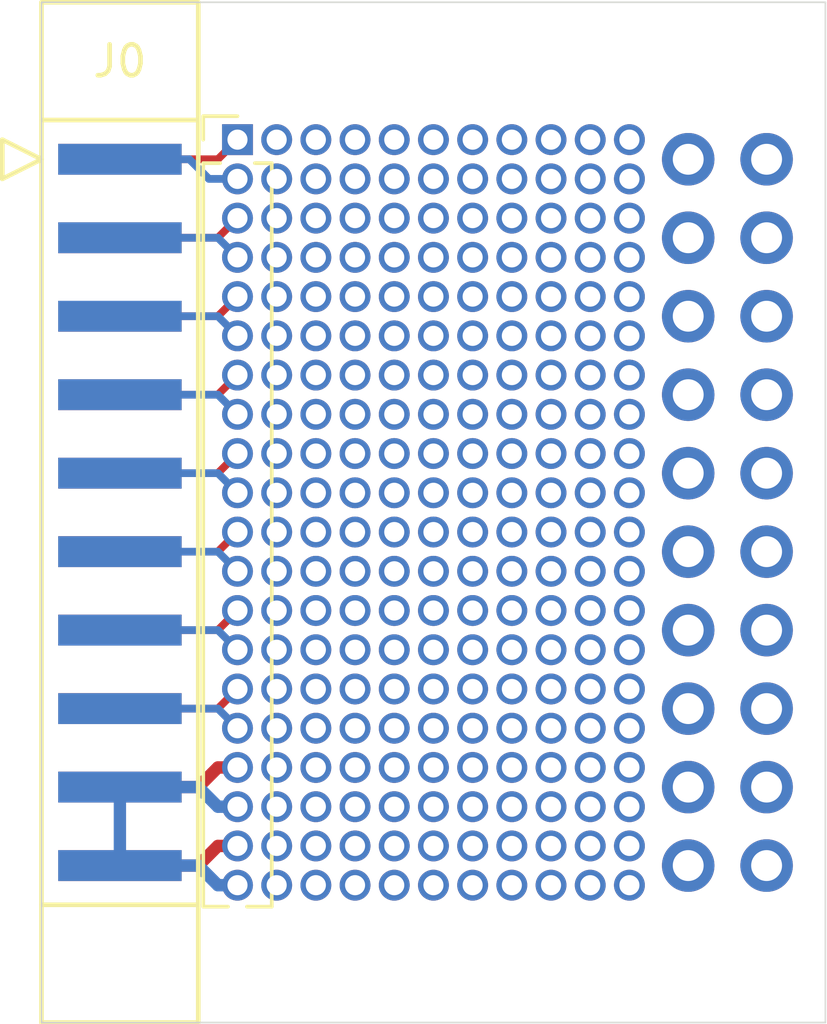
<source format=kicad_pcb>
(kicad_pcb (version 20171130) (host pcbnew "(5.1.5)-3")
  (layers (0 F.Cu signal) (31 B.Cu signal) (34 B.Paste user) (35 F.Paste user) (36 B.SilkS user) (37 F.SilkS user) (38 B.Mask user) (39 F.Mask user) (44 Edge.Cuts user))
  (net 0 "")
  (net 1 /PB.1)
  (net 2 /PB.12)
  (net 3 /PB.4)
  (net 4 /PB.5)
  (net 5 /PB.6)
  (net 6 /PB.7)
  (net 7 /PB.8)
  (net 8 /PB.10)
  (net 9 /PB.13)
  (net 10 /PB.15)
  (net 11 /VCC)
  (net 12 /GND)
  (net 13 /VCC5V)
  (net 14 /PB.0)
  (net 15 /PB.2)
  (net 16 /PB.3)
  (net 17 /PB.9)
  (net 18 /PB.11)
  (net 19 /PB.14)
  (module Connector_Wire:SolderWirePad_1x01_Drill0.8mm (layer F.Cu) (at 210.185 154.305)
    (fp_text reference REF** hide)
    (fp_text value SolderWirePad_1x01_Drill0.8mm hide)
    (pad 1 thru_hole circle (at 0 0) (size 1.7 1.7) (drill 1) (layers *.Cu *.Mask))
  )
  (module Connector_Wire:SolderWirePad_1x01_Drill0.8mm (layer F.Cu) (at 207.645 154.305)
    (fp_text reference REF** hide)
    (fp_text value SolderWirePad_1x01_Drill0.8mm hide)
    (pad 1 thru_hole circle (at 0 0) (size 1.7 1.7) (drill 1) (layers *.Cu *.Mask))
  )
  (module Connector_Wire:SolderWirePad_1x01_Drill0.8mm (layer F.Cu) (at 210.185 151.765)
    (fp_text reference REF** hide)
    (fp_text value SolderWirePad_1x01_Drill0.8mm hide)
    (pad 1 thru_hole circle (at 0 0) (size 1.7 1.7) (drill 1) (layers *.Cu *.Mask))
  )
  (module Connector_Wire:SolderWirePad_1x01_Drill0.8mm (layer F.Cu) (at 207.645 151.765)
    (fp_text reference REF** hide)
    (fp_text value SolderWirePad_1x01_Drill0.8mm hide)
    (pad 1 thru_hole circle (at 0 0) (size 1.7 1.7) (drill 1) (layers *.Cu *.Mask))
  )
  (module Connector_Wire:SolderWirePad_1x01_Drill0.8mm (layer F.Cu) (at 210.185 149.225)
    (fp_text reference REF** hide)
    (fp_text value SolderWirePad_1x01_Drill0.8mm hide)
    (pad 1 thru_hole circle (at 0 0) (size 1.7 1.7) (drill 1) (layers *.Cu *.Mask))
  )
  (module Connector_Wire:SolderWirePad_1x01_Drill0.8mm (layer F.Cu) (at 207.645 149.225)
    (fp_text reference REF** hide)
    (fp_text value SolderWirePad_1x01_Drill0.8mm hide)
    (pad 1 thru_hole circle (at 0 0) (size 1.7 1.7) (drill 1) (layers *.Cu *.Mask))
  )
  (module Connector_Wire:SolderWirePad_1x01_Drill0.8mm (layer F.Cu) (at 210.185 146.685)
    (fp_text reference REF** hide)
    (fp_text value SolderWirePad_1x01_Drill0.8mm hide)
    (pad 1 thru_hole circle (at 0 0) (size 1.7 1.7) (drill 1) (layers *.Cu *.Mask))
  )
  (module Connector_Wire:SolderWirePad_1x01_Drill0.8mm (layer F.Cu) (at 207.645 146.685)
    (fp_text reference REF** hide)
    (fp_text value SolderWirePad_1x01_Drill0.8mm hide)
    (pad 1 thru_hole circle (at 0 0) (size 1.7 1.7) (drill 1) (layers *.Cu *.Mask))
  )
  (module Connector_Wire:SolderWirePad_1x01_Drill0.8mm (layer F.Cu) (at 210.185 144.145)
    (fp_text reference REF** hide)
    (fp_text value SolderWirePad_1x01_Drill0.8mm hide)
    (pad 1 thru_hole circle (at 0 0) (size 1.7 1.7) (drill 1) (layers *.Cu *.Mask))
  )
  (module Connector_Wire:SolderWirePad_1x01_Drill0.8mm (layer F.Cu) (at 207.645 144.145)
    (fp_text reference REF** hide)
    (fp_text value SolderWirePad_1x01_Drill0.8mm hide)
    (pad 1 thru_hole circle (at 0 0) (size 1.7 1.7) (drill 1) (layers *.Cu *.Mask))
  )
  (module Connector_Wire:SolderWirePad_1x01_Drill0.8mm (layer F.Cu) (at 210.185 141.605)
    (fp_text reference REF** hide)
    (fp_text value SolderWirePad_1x01_Drill0.8mm hide)
    (pad 1 thru_hole circle (at 0 0) (size 1.7 1.7) (drill 1) (layers *.Cu *.Mask))
  )
  (module Connector_Wire:SolderWirePad_1x01_Drill0.8mm (layer F.Cu) (at 207.645 141.605)
    (fp_text reference REF** hide)
    (fp_text value SolderWirePad_1x01_Drill0.8mm hide)
    (pad 1 thru_hole circle (at 0 0) (size 1.7 1.7) (drill 1) (layers *.Cu *.Mask))
  )
  (module Connector_Wire:SolderWirePad_1x01_Drill0.8mm (layer F.Cu) (at 207.645 139.065)
    (fp_text reference REF** hide)
    (fp_text value SolderWirePad_1x01_Drill0.8mm hide)
    (pad 1 thru_hole circle (at 0 0) (size 1.7 1.7) (drill 1) (layers *.Cu *.Mask))
  )
  (module Connector_Wire:SolderWirePad_1x01_Drill0.8mm (layer F.Cu) (at 210.185 139.065)
    (fp_text reference REF** hide)
    (fp_text value SolderWirePad_1x01_Drill0.8mm hide)
    (pad 1 thru_hole circle (at 0 0) (size 1.7 1.7) (drill 1) (layers *.Cu *.Mask))
  )
  (module Connector_Wire:SolderWirePad_1x01_Drill0.8mm (layer F.Cu) (at 207.645 136.525)
    (fp_text reference REF** hide)
    (fp_text value SolderWirePad_1x01_Drill0.8mm hide)
    (pad 1 thru_hole circle (at 0 0) (size 1.7 1.7) (drill 1) (layers *.Cu *.Mask))
  )
  (module Connector_Wire:SolderWirePad_1x01_Drill0.8mm (layer F.Cu) (at 210.185 136.525)
    (fp_text reference REF** hide)
    (fp_text value SolderWirePad_1x01_Drill0.8mm hide)
    (pad 1 thru_hole circle (at 0 0) (size 1.7 1.7) (drill 1) (layers *.Cu *.Mask))
  )
  (module Connector_Wire:SolderWirePad_1x01_Drill0.8mm (layer F.Cu) (at 207.645 133.985)
    (fp_text reference REF** hide)
    (fp_text value SolderWirePad_1x01_Drill0.8mm hide)
    (pad 1 thru_hole circle (at 0 0) (size 1.7 1.7) (drill 1) (layers *.Cu *.Mask))
  )
  (module Connector_Wire:SolderWirePad_1x01_Drill0.8mm (layer F.Cu) (at 210.185 133.985)
    (fp_text reference REF** hide)
    (fp_text value SolderWirePad_1x01_Drill0.8mm hide)
    (pad 1 thru_hole circle (at 0 0) (size 1.7 1.7) (drill 1) (layers *.Cu *.Mask))
  )
  (module Connector_Wire:SolderWirePad_1x01_Drill0.8mm (layer F.Cu) (at 210.185 131.445)
    (fp_text reference REF** hide)
    (fp_text value SolderWirePad_1x01_Drill0.8mm hide)
    (pad 1 thru_hole circle (at 0 0) (size 1.7 1.7) (drill 1) (layers *.Cu *.Mask))
  )
  (module Connector_Wire:SolderWirePad_1x01_Drill0.8mm (layer F.Cu) (at 205.74 130.81)
    (fp_text reference REF** hide)
    (fp_text value SolderWirePad_1x01_Drill0.8mm hide)
    (pad 1 thru_hole circle (at 0 0) (size 1 1) (drill 0.65) (layers *.Cu *.Mask))
  )
  (module Connector_Wire:SolderWirePad_1x01_Drill0.8mm (layer F.Cu) (at 205.74 144.78)
    (fp_text reference REF** hide)
    (fp_text value SolderWirePad_1x01_Drill0.8mm hide)
    (pad 1 thru_hole circle (at 0 0) (size 1 1) (drill 0.65) (layers *.Cu *.Mask))
  )
  (module Connector_Wire:SolderWirePad_1x01_Drill0.8mm (layer F.Cu) (at 205.74 148.59)
    (fp_text reference REF** hide)
    (fp_text value SolderWirePad_1x01_Drill0.8mm hide)
    (pad 1 thru_hole circle (at 0 0) (size 1 1) (drill 0.65) (layers *.Cu *.Mask))
  )
  (module Connector_Wire:SolderWirePad_1x01_Drill0.8mm (layer F.Cu) (at 205.74 134.62)
    (fp_text reference REF** hide)
    (fp_text value SolderWirePad_1x01_Drill0.8mm hide)
    (pad 1 thru_hole circle (at 0 0) (size 1 1) (drill 0.65) (layers *.Cu *.Mask))
  )
  (module Connector_Wire:SolderWirePad_1x01_Drill0.8mm (layer F.Cu) (at 205.74 149.86)
    (fp_text reference REF** hide)
    (fp_text value SolderWirePad_1x01_Drill0.8mm hide)
    (pad 1 thru_hole circle (at 0 0) (size 1 1) (drill 0.65) (layers *.Cu *.Mask))
  )
  (module Connector_Wire:SolderWirePad_1x01_Drill0.8mm (layer F.Cu) (at 205.74 146.05)
    (fp_text reference REF** hide)
    (fp_text value SolderWirePad_1x01_Drill0.8mm hide)
    (pad 1 thru_hole circle (at 0 0) (size 1 1) (drill 0.65) (layers *.Cu *.Mask))
  )
  (module Connector_Wire:SolderWirePad_1x01_Drill0.8mm (layer F.Cu) (at 205.74 139.7)
    (fp_text reference REF** hide)
    (fp_text value SolderWirePad_1x01_Drill0.8mm hide)
    (pad 1 thru_hole circle (at 0 0) (size 1 1) (drill 0.65) (layers *.Cu *.Mask))
  )
  (module Connector_Wire:SolderWirePad_1x01_Drill0.8mm (layer F.Cu) (at 205.74 142.24)
    (fp_text reference REF** hide)
    (fp_text value SolderWirePad_1x01_Drill0.8mm hide)
    (pad 1 thru_hole circle (at 0 0) (size 1 1) (drill 0.65) (layers *.Cu *.Mask))
  )
  (module Connector_Wire:SolderWirePad_1x01_Drill0.8mm (layer F.Cu) (at 205.74 143.51)
    (fp_text reference REF** hide)
    (fp_text value SolderWirePad_1x01_Drill0.8mm hide)
    (pad 1 thru_hole circle (at 0 0) (size 1 1) (drill 0.65) (layers *.Cu *.Mask))
  )
  (module Connector_Wire:SolderWirePad_1x01_Drill0.8mm (layer F.Cu) (at 205.74 135.89)
    (fp_text reference REF** hide)
    (fp_text value SolderWirePad_1x01_Drill0.8mm hide)
    (pad 1 thru_hole circle (at 0 0) (size 1 1) (drill 0.65) (layers *.Cu *.Mask))
  )
  (module Connector_Wire:SolderWirePad_1x01_Drill0.8mm (layer F.Cu) (at 205.74 137.16)
    (fp_text reference REF** hide)
    (fp_text value SolderWirePad_1x01_Drill0.8mm hide)
    (pad 1 thru_hole circle (at 0 0) (size 1 1) (drill 0.65) (layers *.Cu *.Mask))
  )
  (module Connector_Wire:SolderWirePad_1x01_Drill0.8mm (layer F.Cu) (at 205.74 138.43)
    (fp_text reference REF** hide)
    (fp_text value SolderWirePad_1x01_Drill0.8mm hide)
    (pad 1 thru_hole circle (at 0 0) (size 1 1) (drill 0.65) (layers *.Cu *.Mask))
  )
  (module Connector_Wire:SolderWirePad_1x01_Drill0.8mm (layer F.Cu) (at 205.74 153.67)
    (fp_text reference REF** hide)
    (fp_text value SolderWirePad_1x01_Drill0.8mm hide)
    (pad 1 thru_hole circle (at 0 0) (size 1 1) (drill 0.65) (layers *.Cu *.Mask))
  )
  (module Connector_Wire:SolderWirePad_1x01_Drill0.8mm (layer F.Cu) (at 205.74 140.97)
    (fp_text reference REF** hide)
    (fp_text value SolderWirePad_1x01_Drill0.8mm hide)
    (pad 1 thru_hole circle (at 0 0) (size 1 1) (drill 0.65) (layers *.Cu *.Mask))
  )
  (module Connector_Wire:SolderWirePad_1x01_Drill0.8mm (layer F.Cu) (at 205.74 133.35)
    (fp_text reference REF** hide)
    (fp_text value SolderWirePad_1x01_Drill0.8mm hide)
    (pad 1 thru_hole circle (at 0 0) (size 1 1) (drill 0.65) (layers *.Cu *.Mask))
  )
  (module Connector_Wire:SolderWirePad_1x01_Drill0.8mm (layer F.Cu) (at 205.74 152.4)
    (fp_text reference REF** hide)
    (fp_text value SolderWirePad_1x01_Drill0.8mm hide)
    (pad 1 thru_hole circle (at 0 0) (size 1 1) (drill 0.65) (layers *.Cu *.Mask))
  )
  (module Connector_Wire:SolderWirePad_1x01_Drill0.8mm (layer F.Cu) (at 205.74 132.08)
    (fp_text reference REF** hide)
    (fp_text value SolderWirePad_1x01_Drill0.8mm hide)
    (pad 1 thru_hole circle (at 0 0) (size 1 1) (drill 0.65) (layers *.Cu *.Mask))
  )
  (module Connector_Wire:SolderWirePad_1x01_Drill0.8mm (layer F.Cu) (at 205.74 154.94)
    (fp_text reference REF** hide)
    (fp_text value SolderWirePad_1x01_Drill0.8mm hide)
    (pad 1 thru_hole circle (at 0 0) (size 1 1) (drill 0.65) (layers *.Cu *.Mask))
  )
  (module Connector_Wire:SolderWirePad_1x01_Drill0.8mm (layer F.Cu) (at 205.74 147.32)
    (fp_text reference REF** hide)
    (fp_text value SolderWirePad_1x01_Drill0.8mm hide)
    (pad 1 thru_hole circle (at 0 0) (size 1 1) (drill 0.65) (layers *.Cu *.Mask))
  )
  (module Connector_Wire:SolderWirePad_1x01_Drill0.8mm (layer F.Cu) (at 205.74 151.13)
    (fp_text reference REF** hide)
    (fp_text value SolderWirePad_1x01_Drill0.8mm hide)
    (pad 1 thru_hole circle (at 0 0) (size 1 1) (drill 0.65) (layers *.Cu *.Mask))
  )
  (module Connector_Wire:SolderWirePad_1x01_Drill0.8mm (layer F.Cu) (at 204.47 133.35)
    (fp_text reference REF** hide)
    (fp_text value SolderWirePad_1x01_Drill0.8mm hide)
    (pad 1 thru_hole circle (at 0 0) (size 1 1) (drill 0.65) (layers *.Cu *.Mask))
  )
  (module Connector_Wire:SolderWirePad_1x01_Drill0.8mm (layer F.Cu) (at 204.47 148.59)
    (fp_text reference REF** hide)
    (fp_text value SolderWirePad_1x01_Drill0.8mm hide)
    (pad 1 thru_hole circle (at 0 0) (size 1 1) (drill 0.65) (layers *.Cu *.Mask))
  )
  (module Connector_Wire:SolderWirePad_1x01_Drill0.8mm (layer F.Cu) (at 204.47 134.62)
    (fp_text reference REF** hide)
    (fp_text value SolderWirePad_1x01_Drill0.8mm hide)
    (pad 1 thru_hole circle (at 0 0) (size 1 1) (drill 0.65) (layers *.Cu *.Mask))
  )
  (module Connector_Wire:SolderWirePad_1x01_Drill0.8mm (layer F.Cu) (at 204.47 149.86)
    (fp_text reference REF** hide)
    (fp_text value SolderWirePad_1x01_Drill0.8mm hide)
    (pad 1 thru_hole circle (at 0 0) (size 1 1) (drill 0.65) (layers *.Cu *.Mask))
  )
  (module Connector_Wire:SolderWirePad_1x01_Drill0.8mm (layer F.Cu) (at 204.47 135.89)
    (fp_text reference REF** hide)
    (fp_text value SolderWirePad_1x01_Drill0.8mm hide)
    (pad 1 thru_hole circle (at 0 0) (size 1 1) (drill 0.65) (layers *.Cu *.Mask))
  )
  (module Connector_Wire:SolderWirePad_1x01_Drill0.8mm (layer F.Cu) (at 204.47 140.97)
    (fp_text reference REF** hide)
    (fp_text value SolderWirePad_1x01_Drill0.8mm hide)
    (pad 1 thru_hole circle (at 0 0) (size 1 1) (drill 0.65) (layers *.Cu *.Mask))
  )
  (module Connector_Wire:SolderWirePad_1x01_Drill0.8mm (layer F.Cu) (at 204.47 146.05)
    (fp_text reference REF** hide)
    (fp_text value SolderWirePad_1x01_Drill0.8mm hide)
    (pad 1 thru_hole circle (at 0 0) (size 1 1) (drill 0.65) (layers *.Cu *.Mask))
  )
  (module Connector_Wire:SolderWirePad_1x01_Drill0.8mm (layer F.Cu) (at 204.47 154.94)
    (fp_text reference REF** hide)
    (fp_text value SolderWirePad_1x01_Drill0.8mm hide)
    (pad 1 thru_hole circle (at 0 0) (size 1 1) (drill 0.65) (layers *.Cu *.Mask))
  )
  (module Connector_Wire:SolderWirePad_1x01_Drill0.8mm (layer F.Cu) (at 204.47 153.67)
    (fp_text reference REF** hide)
    (fp_text value SolderWirePad_1x01_Drill0.8mm hide)
    (pad 1 thru_hole circle (at 0 0) (size 1 1) (drill 0.65) (layers *.Cu *.Mask))
  )
  (module Connector_Wire:SolderWirePad_1x01_Drill0.8mm (layer F.Cu) (at 204.47 144.78)
    (fp_text reference REF** hide)
    (fp_text value SolderWirePad_1x01_Drill0.8mm hide)
    (pad 1 thru_hole circle (at 0 0) (size 1 1) (drill 0.65) (layers *.Cu *.Mask))
  )
  (module Connector_Wire:SolderWirePad_1x01_Drill0.8mm (layer F.Cu) (at 204.47 147.32)
    (fp_text reference REF** hide)
    (fp_text value SolderWirePad_1x01_Drill0.8mm hide)
    (pad 1 thru_hole circle (at 0 0) (size 1 1) (drill 0.65) (layers *.Cu *.Mask))
  )
  (module Connector_Wire:SolderWirePad_1x01_Drill0.8mm (layer F.Cu) (at 204.47 142.24)
    (fp_text reference REF** hide)
    (fp_text value SolderWirePad_1x01_Drill0.8mm hide)
    (pad 1 thru_hole circle (at 0 0) (size 1 1) (drill 0.65) (layers *.Cu *.Mask))
  )
  (module Connector_Wire:SolderWirePad_1x01_Drill0.8mm (layer F.Cu) (at 204.47 152.4)
    (fp_text reference REF** hide)
    (fp_text value SolderWirePad_1x01_Drill0.8mm hide)
    (pad 1 thru_hole circle (at 0 0) (size 1 1) (drill 0.65) (layers *.Cu *.Mask))
  )
  (module Connector_Wire:SolderWirePad_1x01_Drill0.8mm (layer F.Cu) (at 204.47 137.16)
    (fp_text reference REF** hide)
    (fp_text value SolderWirePad_1x01_Drill0.8mm hide)
    (pad 1 thru_hole circle (at 0 0) (size 1 1) (drill 0.65) (layers *.Cu *.Mask))
  )
  (module Connector_Wire:SolderWirePad_1x01_Drill0.8mm (layer F.Cu) (at 204.47 143.51)
    (fp_text reference REF** hide)
    (fp_text value SolderWirePad_1x01_Drill0.8mm hide)
    (pad 1 thru_hole circle (at 0 0) (size 1 1) (drill 0.65) (layers *.Cu *.Mask))
  )
  (module Connector_Wire:SolderWirePad_1x01_Drill0.8mm (layer F.Cu) (at 204.47 139.7)
    (fp_text reference REF** hide)
    (fp_text value SolderWirePad_1x01_Drill0.8mm hide)
    (pad 1 thru_hole circle (at 0 0) (size 1 1) (drill 0.65) (layers *.Cu *.Mask))
  )
  (module Connector_Wire:SolderWirePad_1x01_Drill0.8mm (layer F.Cu) (at 204.47 130.81)
    (fp_text reference REF** hide)
    (fp_text value SolderWirePad_1x01_Drill0.8mm hide)
    (pad 1 thru_hole circle (at 0 0) (size 1 1) (drill 0.65) (layers *.Cu *.Mask))
  )
  (module Connector_Wire:SolderWirePad_1x01_Drill0.8mm (layer F.Cu) (at 204.47 132.08)
    (fp_text reference REF** hide)
    (fp_text value SolderWirePad_1x01_Drill0.8mm hide)
    (pad 1 thru_hole circle (at 0 0) (size 1 1) (drill 0.65) (layers *.Cu *.Mask))
  )
  (module Connector_Wire:SolderWirePad_1x01_Drill0.8mm (layer F.Cu) (at 204.47 151.13)
    (fp_text reference REF** hide)
    (fp_text value SolderWirePad_1x01_Drill0.8mm hide)
    (pad 1 thru_hole circle (at 0 0) (size 1 1) (drill 0.65) (layers *.Cu *.Mask))
  )
  (module Connector_Wire:SolderWirePad_1x01_Drill0.8mm (layer F.Cu) (at 204.47 138.43)
    (fp_text reference REF** hide)
    (fp_text value SolderWirePad_1x01_Drill0.8mm hide)
    (pad 1 thru_hole circle (at 0 0) (size 1 1) (drill 0.65) (layers *.Cu *.Mask))
  )
  (module Connector_Wire:SolderWirePad_1x01_Drill0.8mm (layer F.Cu) (at 203.2 133.35)
    (fp_text reference REF** hide)
    (fp_text value SolderWirePad_1x01_Drill0.8mm hide)
    (pad 1 thru_hole circle (at 0 0) (size 1 1) (drill 0.65) (layers *.Cu *.Mask))
  )
  (module Connector_Wire:SolderWirePad_1x01_Drill0.8mm (layer F.Cu) (at 203.2 148.59)
    (fp_text reference REF** hide)
    (fp_text value SolderWirePad_1x01_Drill0.8mm hide)
    (pad 1 thru_hole circle (at 0 0) (size 1 1) (drill 0.65) (layers *.Cu *.Mask))
  )
  (module Connector_Wire:SolderWirePad_1x01_Drill0.8mm (layer F.Cu) (at 203.2 134.62)
    (fp_text reference REF** hide)
    (fp_text value SolderWirePad_1x01_Drill0.8mm hide)
    (pad 1 thru_hole circle (at 0 0) (size 1 1) (drill 0.65) (layers *.Cu *.Mask))
  )
  (module Connector_Wire:SolderWirePad_1x01_Drill0.8mm (layer F.Cu) (at 203.2 151.13)
    (fp_text reference REF** hide)
    (fp_text value SolderWirePad_1x01_Drill0.8mm hide)
    (pad 1 thru_hole circle (at 0 0) (size 1 1) (drill 0.65) (layers *.Cu *.Mask))
  )
  (module Connector_Wire:SolderWirePad_1x01_Drill0.8mm (layer F.Cu) (at 203.2 149.86)
    (fp_text reference REF** hide)
    (fp_text value SolderWirePad_1x01_Drill0.8mm hide)
    (pad 1 thru_hole circle (at 0 0) (size 1 1) (drill 0.65) (layers *.Cu *.Mask))
  )
  (module Connector_Wire:SolderWirePad_1x01_Drill0.8mm (layer F.Cu) (at 203.2 135.89)
    (fp_text reference REF** hide)
    (fp_text value SolderWirePad_1x01_Drill0.8mm hide)
    (pad 1 thru_hole circle (at 0 0) (size 1 1) (drill 0.65) (layers *.Cu *.Mask))
  )
  (module Connector_Wire:SolderWirePad_1x01_Drill0.8mm (layer F.Cu) (at 203.2 140.97)
    (fp_text reference REF** hide)
    (fp_text value SolderWirePad_1x01_Drill0.8mm hide)
    (pad 1 thru_hole circle (at 0 0) (size 1 1) (drill 0.65) (layers *.Cu *.Mask))
  )
  (module Connector_Wire:SolderWirePad_1x01_Drill0.8mm (layer F.Cu) (at 203.2 146.05)
    (fp_text reference REF** hide)
    (fp_text value SolderWirePad_1x01_Drill0.8mm hide)
    (pad 1 thru_hole circle (at 0 0) (size 1 1) (drill 0.65) (layers *.Cu *.Mask))
  )
  (module Connector_Wire:SolderWirePad_1x01_Drill0.8mm (layer F.Cu) (at 203.2 147.32)
    (fp_text reference REF** hide)
    (fp_text value SolderWirePad_1x01_Drill0.8mm hide)
    (pad 1 thru_hole circle (at 0 0) (size 1 1) (drill 0.65) (layers *.Cu *.Mask))
  )
  (module Connector_Wire:SolderWirePad_1x01_Drill0.8mm (layer F.Cu) (at 203.2 142.24)
    (fp_text reference REF** hide)
    (fp_text value SolderWirePad_1x01_Drill0.8mm hide)
    (pad 1 thru_hole circle (at 0 0) (size 1 1) (drill 0.65) (layers *.Cu *.Mask))
  )
  (module Connector_Wire:SolderWirePad_1x01_Drill0.8mm (layer F.Cu) (at 203.2 139.7)
    (fp_text reference REF** hide)
    (fp_text value SolderWirePad_1x01_Drill0.8mm hide)
    (pad 1 thru_hole circle (at 0 0) (size 1 1) (drill 0.65) (layers *.Cu *.Mask))
  )
  (module Connector_Wire:SolderWirePad_1x01_Drill0.8mm (layer F.Cu) (at 203.2 138.43)
    (fp_text reference REF** hide)
    (fp_text value SolderWirePad_1x01_Drill0.8mm hide)
    (pad 1 thru_hole circle (at 0 0) (size 1 1) (drill 0.65) (layers *.Cu *.Mask))
  )
  (module Connector_Wire:SolderWirePad_1x01_Drill0.8mm (layer F.Cu) (at 203.2 152.4)
    (fp_text reference REF** hide)
    (fp_text value SolderWirePad_1x01_Drill0.8mm hide)
    (pad 1 thru_hole circle (at 0 0) (size 1 1) (drill 0.65) (layers *.Cu *.Mask))
  )
  (module Connector_Wire:SolderWirePad_1x01_Drill0.8mm (layer F.Cu) (at 203.2 154.94)
    (fp_text reference REF** hide)
    (fp_text value SolderWirePad_1x01_Drill0.8mm hide)
    (pad 1 thru_hole circle (at 0 0) (size 1 1) (drill 0.65) (layers *.Cu *.Mask))
  )
  (module Connector_Wire:SolderWirePad_1x01_Drill0.8mm (layer F.Cu) (at 203.2 130.81)
    (fp_text reference REF** hide)
    (fp_text value SolderWirePad_1x01_Drill0.8mm hide)
    (pad 1 thru_hole circle (at 0 0) (size 1 1) (drill 0.65) (layers *.Cu *.Mask))
  )
  (module Connector_Wire:SolderWirePad_1x01_Drill0.8mm (layer F.Cu) (at 203.2 137.16)
    (fp_text reference REF** hide)
    (fp_text value SolderWirePad_1x01_Drill0.8mm hide)
    (pad 1 thru_hole circle (at 0 0) (size 1 1) (drill 0.65) (layers *.Cu *.Mask))
  )
  (module Connector_Wire:SolderWirePad_1x01_Drill0.8mm (layer F.Cu) (at 203.2 143.51)
    (fp_text reference REF** hide)
    (fp_text value SolderWirePad_1x01_Drill0.8mm hide)
    (pad 1 thru_hole circle (at 0 0) (size 1 1) (drill 0.65) (layers *.Cu *.Mask))
  )
  (module Connector_Wire:SolderWirePad_1x01_Drill0.8mm (layer F.Cu) (at 203.2 132.08)
    (fp_text reference REF** hide)
    (fp_text value SolderWirePad_1x01_Drill0.8mm hide)
    (pad 1 thru_hole circle (at 0 0) (size 1 1) (drill 0.65) (layers *.Cu *.Mask))
  )
  (module Connector_Wire:SolderWirePad_1x01_Drill0.8mm (layer F.Cu) (at 203.2 153.67)
    (fp_text reference REF** hide)
    (fp_text value SolderWirePad_1x01_Drill0.8mm hide)
    (pad 1 thru_hole circle (at 0 0) (size 1 1) (drill 0.65) (layers *.Cu *.Mask))
  )
  (module Connector_Wire:SolderWirePad_1x01_Drill0.8mm (layer F.Cu) (at 203.2 144.78)
    (fp_text reference REF** hide)
    (fp_text value SolderWirePad_1x01_Drill0.8mm hide)
    (pad 1 thru_hole circle (at 0 0) (size 1 1) (drill 0.65) (layers *.Cu *.Mask))
  )
  (module Connector_Wire:SolderWirePad_1x01_Drill0.8mm (layer F.Cu) (at 201.93 148.59)
    (fp_text reference REF** hide)
    (fp_text value SolderWirePad_1x01_Drill0.8mm hide)
    (pad 1 thru_hole circle (at 0 0) (size 1 1) (drill 0.65) (layers *.Cu *.Mask))
  )
  (module Connector_Wire:SolderWirePad_1x01_Drill0.8mm (layer F.Cu) (at 201.93 151.13)
    (fp_text reference REF** hide)
    (fp_text value SolderWirePad_1x01_Drill0.8mm hide)
    (pad 1 thru_hole circle (at 0 0) (size 1 1) (drill 0.65) (layers *.Cu *.Mask))
  )
  (module Connector_Wire:SolderWirePad_1x01_Drill0.8mm (layer F.Cu) (at 201.93 149.86)
    (fp_text reference REF** hide)
    (fp_text value SolderWirePad_1x01_Drill0.8mm hide)
    (pad 1 thru_hole circle (at 0 0) (size 1 1) (drill 0.65) (layers *.Cu *.Mask))
  )
  (module Connector_Wire:SolderWirePad_1x01_Drill0.8mm (layer F.Cu) (at 201.93 140.97)
    (fp_text reference REF** hide)
    (fp_text value SolderWirePad_1x01_Drill0.8mm hide)
    (pad 1 thru_hole circle (at 0 0) (size 1 1) (drill 0.65) (layers *.Cu *.Mask))
  )
  (module Connector_Wire:SolderWirePad_1x01_Drill0.8mm (layer F.Cu) (at 201.93 134.62)
    (fp_text reference REF** hide)
    (fp_text value SolderWirePad_1x01_Drill0.8mm hide)
    (pad 1 thru_hole circle (at 0 0) (size 1 1) (drill 0.65) (layers *.Cu *.Mask))
  )
  (module Connector_Wire:SolderWirePad_1x01_Drill0.8mm (layer F.Cu) (at 201.93 135.89)
    (fp_text reference REF** hide)
    (fp_text value SolderWirePad_1x01_Drill0.8mm hide)
    (pad 1 thru_hole circle (at 0 0) (size 1 1) (drill 0.65) (layers *.Cu *.Mask))
  )
  (module Connector_Wire:SolderWirePad_1x01_Drill0.8mm (layer F.Cu) (at 201.93 147.32)
    (fp_text reference REF** hide)
    (fp_text value SolderWirePad_1x01_Drill0.8mm hide)
    (pad 1 thru_hole circle (at 0 0) (size 1 1) (drill 0.65) (layers *.Cu *.Mask))
  )
  (module Connector_Wire:SolderWirePad_1x01_Drill0.8mm (layer F.Cu) (at 201.93 146.05)
    (fp_text reference REF** hide)
    (fp_text value SolderWirePad_1x01_Drill0.8mm hide)
    (pad 1 thru_hole circle (at 0 0) (size 1 1) (drill 0.65) (layers *.Cu *.Mask))
  )
  (module Connector_Wire:SolderWirePad_1x01_Drill0.8mm (layer F.Cu) (at 201.93 142.24)
    (fp_text reference REF** hide)
    (fp_text value SolderWirePad_1x01_Drill0.8mm hide)
    (pad 1 thru_hole circle (at 0 0) (size 1 1) (drill 0.65) (layers *.Cu *.Mask))
  )
  (module Connector_Wire:SolderWirePad_1x01_Drill0.8mm (layer F.Cu) (at 201.93 139.7)
    (fp_text reference REF** hide)
    (fp_text value SolderWirePad_1x01_Drill0.8mm hide)
    (pad 1 thru_hole circle (at 0 0) (size 1 1) (drill 0.65) (layers *.Cu *.Mask))
  )
  (module Connector_Wire:SolderWirePad_1x01_Drill0.8mm (layer F.Cu) (at 201.93 138.43)
    (fp_text reference REF** hide)
    (fp_text value SolderWirePad_1x01_Drill0.8mm hide)
    (pad 1 thru_hole circle (at 0 0) (size 1 1) (drill 0.65) (layers *.Cu *.Mask))
  )
  (module Connector_Wire:SolderWirePad_1x01_Drill0.8mm (layer F.Cu) (at 201.93 152.4)
    (fp_text reference REF** hide)
    (fp_text value SolderWirePad_1x01_Drill0.8mm hide)
    (pad 1 thru_hole circle (at 0 0) (size 1 1) (drill 0.65) (layers *.Cu *.Mask))
  )
  (module Connector_Wire:SolderWirePad_1x01_Drill0.8mm (layer F.Cu) (at 201.93 154.94)
    (fp_text reference REF** hide)
    (fp_text value SolderWirePad_1x01_Drill0.8mm hide)
    (pad 1 thru_hole circle (at 0 0) (size 1 1) (drill 0.65) (layers *.Cu *.Mask))
  )
  (module Connector_Wire:SolderWirePad_1x01_Drill0.8mm (layer F.Cu) (at 201.93 130.81)
    (fp_text reference REF** hide)
    (fp_text value SolderWirePad_1x01_Drill0.8mm hide)
    (pad 1 thru_hole circle (at 0 0) (size 1 1) (drill 0.65) (layers *.Cu *.Mask))
  )
  (module Connector_Wire:SolderWirePad_1x01_Drill0.8mm (layer F.Cu) (at 201.93 137.16)
    (fp_text reference REF** hide)
    (fp_text value SolderWirePad_1x01_Drill0.8mm hide)
    (pad 1 thru_hole circle (at 0 0) (size 1 1) (drill 0.65) (layers *.Cu *.Mask))
  )
  (module Connector_Wire:SolderWirePad_1x01_Drill0.8mm (layer F.Cu) (at 201.93 143.51)
    (fp_text reference REF** hide)
    (fp_text value SolderWirePad_1x01_Drill0.8mm hide)
    (pad 1 thru_hole circle (at 0 0) (size 1 1) (drill 0.65) (layers *.Cu *.Mask))
  )
  (module Connector_Wire:SolderWirePad_1x01_Drill0.8mm (layer F.Cu) (at 201.93 132.08)
    (fp_text reference REF** hide)
    (fp_text value SolderWirePad_1x01_Drill0.8mm hide)
    (pad 1 thru_hole circle (at 0 0) (size 1 1) (drill 0.65) (layers *.Cu *.Mask))
  )
  (module Connector_Wire:SolderWirePad_1x01_Drill0.8mm (layer F.Cu) (at 201.93 153.67)
    (fp_text reference REF** hide)
    (fp_text value SolderWirePad_1x01_Drill0.8mm hide)
    (pad 1 thru_hole circle (at 0 0) (size 1 1) (drill 0.65) (layers *.Cu *.Mask))
  )
  (module Connector_Wire:SolderWirePad_1x01_Drill0.8mm (layer F.Cu) (at 201.93 144.78)
    (fp_text reference REF** hide)
    (fp_text value SolderWirePad_1x01_Drill0.8mm hide)
    (pad 1 thru_hole circle (at 0 0) (size 1 1) (drill 0.65) (layers *.Cu *.Mask))
  )
  (module Connector_Wire:SolderWirePad_1x01_Drill0.8mm (layer F.Cu) (at 201.93 133.35)
    (fp_text reference REF** hide)
    (fp_text value SolderWirePad_1x01_Drill0.8mm hide)
    (pad 1 thru_hole circle (at 0 0) (size 1 1) (drill 0.65) (layers *.Cu *.Mask))
  )
  (module Connector_Wire:SolderWirePad_1x01_Drill0.8mm (layer F.Cu) (at 207.645 131.445)
    (fp_text reference REF** hide)
    (fp_text value SolderWirePad_1x01_Drill0.8mm hide)
    (pad 1 thru_hole circle (at 0 0) (size 1.7 1.7) (drill 1) (layers *.Cu *.Mask))
  )
  (module Connector_Wire:SolderWirePad_1x01_Drill0.8mm (layer F.Cu) (at 200.66 140.97)
    (fp_text reference REF** hide)
    (fp_text value SolderWirePad_1x01_Drill0.8mm hide)
    (pad 1 thru_hole circle (at 0 0) (size 1 1) (drill 0.65) (layers *.Cu *.Mask))
  )
  (module Connector_Wire:SolderWirePad_1x01_Drill0.8mm (layer F.Cu) (at 200.66 146.05)
    (fp_text reference REF** hide)
    (fp_text value SolderWirePad_1x01_Drill0.8mm hide)
    (pad 1 thru_hole circle (at 0 0) (size 1 1) (drill 0.65) (layers *.Cu *.Mask))
  )
  (module Connector_Wire:SolderWirePad_1x01_Drill0.8mm (layer F.Cu) (at 200.66 133.35)
    (fp_text reference REF** hide)
    (fp_text value SolderWirePad_1x01_Drill0.8mm hide)
    (pad 1 thru_hole circle (at 0 0) (size 1 1) (drill 0.65) (layers *.Cu *.Mask))
  )
  (module Connector_Wire:SolderWirePad_1x01_Drill0.8mm (layer F.Cu) (at 200.66 142.24)
    (fp_text reference REF** hide)
    (fp_text value SolderWirePad_1x01_Drill0.8mm hide)
    (pad 1 thru_hole circle (at 0 0) (size 1 1) (drill 0.65) (layers *.Cu *.Mask))
  )
  (module Connector_Wire:SolderWirePad_1x01_Drill0.8mm (layer F.Cu) (at 200.66 135.89)
    (fp_text reference REF** hide)
    (fp_text value SolderWirePad_1x01_Drill0.8mm hide)
    (pad 1 thru_hole circle (at 0 0) (size 1 1) (drill 0.65) (layers *.Cu *.Mask))
  )
  (module Connector_Wire:SolderWirePad_1x01_Drill0.8mm (layer F.Cu) (at 200.66 137.16)
    (fp_text reference REF** hide)
    (fp_text value SolderWirePad_1x01_Drill0.8mm hide)
    (pad 1 thru_hole circle (at 0 0) (size 1 1) (drill 0.65) (layers *.Cu *.Mask))
  )
  (module Connector_Wire:SolderWirePad_1x01_Drill0.8mm (layer F.Cu) (at 200.66 154.94)
    (fp_text reference REF** hide)
    (fp_text value SolderWirePad_1x01_Drill0.8mm hide)
    (pad 1 thru_hole circle (at 0 0) (size 1 1) (drill 0.65) (layers *.Cu *.Mask))
  )
  (module Connector_Wire:SolderWirePad_1x01_Drill0.8mm (layer F.Cu) (at 200.66 143.51)
    (fp_text reference REF** hide)
    (fp_text value SolderWirePad_1x01_Drill0.8mm hide)
    (pad 1 thru_hole circle (at 0 0) (size 1 1) (drill 0.65) (layers *.Cu *.Mask))
  )
  (module Connector_Wire:SolderWirePad_1x01_Drill0.8mm (layer F.Cu) (at 200.66 139.7)
    (fp_text reference REF** hide)
    (fp_text value SolderWirePad_1x01_Drill0.8mm hide)
    (pad 1 thru_hole circle (at 0 0) (size 1 1) (drill 0.65) (layers *.Cu *.Mask))
  )
  (module Connector_Wire:SolderWirePad_1x01_Drill0.8mm (layer F.Cu) (at 200.66 134.62)
    (fp_text reference REF** hide)
    (fp_text value SolderWirePad_1x01_Drill0.8mm hide)
    (pad 1 thru_hole circle (at 0 0) (size 1 1) (drill 0.65) (layers *.Cu *.Mask))
  )
  (module Connector_Wire:SolderWirePad_1x01_Drill0.8mm (layer F.Cu) (at 200.66 132.08)
    (fp_text reference REF** hide)
    (fp_text value SolderWirePad_1x01_Drill0.8mm hide)
    (pad 1 thru_hole circle (at 0 0) (size 1 1) (drill 0.65) (layers *.Cu *.Mask))
  )
  (module Connector_Wire:SolderWirePad_1x01_Drill0.8mm (layer F.Cu) (at 200.66 153.67)
    (fp_text reference REF** hide)
    (fp_text value SolderWirePad_1x01_Drill0.8mm hide)
    (pad 1 thru_hole circle (at 0 0) (size 1 1) (drill 0.65) (layers *.Cu *.Mask))
  )
  (module Connector_Wire:SolderWirePad_1x01_Drill0.8mm (layer F.Cu) (at 200.66 152.4)
    (fp_text reference REF** hide)
    (fp_text value SolderWirePad_1x01_Drill0.8mm hide)
    (pad 1 thru_hole circle (at 0 0) (size 1 1) (drill 0.65) (layers *.Cu *.Mask))
  )
  (module Connector_Wire:SolderWirePad_1x01_Drill0.8mm (layer F.Cu) (at 200.66 151.13)
    (fp_text reference REF** hide)
    (fp_text value SolderWirePad_1x01_Drill0.8mm hide)
    (pad 1 thru_hole circle (at 0 0) (size 1 1) (drill 0.65) (layers *.Cu *.Mask))
  )
  (module Connector_Wire:SolderWirePad_1x01_Drill0.8mm (layer F.Cu) (at 200.66 144.78)
    (fp_text reference REF** hide)
    (fp_text value SolderWirePad_1x01_Drill0.8mm hide)
    (pad 1 thru_hole circle (at 0 0) (size 1 1) (drill 0.65) (layers *.Cu *.Mask))
  )
  (module Connector_Wire:SolderWirePad_1x01_Drill0.8mm (layer F.Cu) (at 200.66 148.59)
    (fp_text reference REF** hide)
    (fp_text value SolderWirePad_1x01_Drill0.8mm hide)
    (pad 1 thru_hole circle (at 0 0) (size 1 1) (drill 0.65) (layers *.Cu *.Mask))
  )
  (module Connector_Wire:SolderWirePad_1x01_Drill0.8mm (layer F.Cu) (at 200.66 147.32)
    (fp_text reference REF** hide)
    (fp_text value SolderWirePad_1x01_Drill0.8mm hide)
    (pad 1 thru_hole circle (at 0 0) (size 1 1) (drill 0.65) (layers *.Cu *.Mask))
  )
  (module Connector_Wire:SolderWirePad_1x01_Drill0.8mm (layer F.Cu) (at 200.66 149.86)
    (fp_text reference REF** hide)
    (fp_text value SolderWirePad_1x01_Drill0.8mm hide)
    (pad 1 thru_hole circle (at 0 0) (size 1 1) (drill 0.65) (layers *.Cu *.Mask))
  )
  (module Connector_Wire:SolderWirePad_1x01_Drill0.8mm (layer F.Cu) (at 200.66 130.81)
    (fp_text reference REF** hide)
    (fp_text value SolderWirePad_1x01_Drill0.8mm hide)
    (pad 1 thru_hole circle (at 0 0) (size 1 1) (drill 0.65) (layers *.Cu *.Mask))
  )
  (module Connector_Wire:SolderWirePad_1x01_Drill0.8mm (layer F.Cu) (at 200.66 138.43)
    (fp_text reference REF** hide)
    (fp_text value SolderWirePad_1x01_Drill0.8mm hide)
    (pad 1 thru_hole circle (at 0 0) (size 1 1) (drill 0.65) (layers *.Cu *.Mask))
  )
  (module Connector_Wire:SolderWirePad_1x01_Drill0.8mm (layer F.Cu) (at 199.39 147.32)
    (fp_text reference REF** hide)
    (fp_text value SolderWirePad_1x01_Drill0.8mm hide)
    (pad 1 thru_hole circle (at 0 0) (size 1 1) (drill 0.65) (layers *.Cu *.Mask))
  )
  (module Connector_Wire:SolderWirePad_1x01_Drill0.8mm (layer F.Cu) (at 199.39 138.43)
    (fp_text reference REF** hide)
    (fp_text value SolderWirePad_1x01_Drill0.8mm hide)
    (pad 1 thru_hole circle (at 0 0) (size 1 1) (drill 0.65) (layers *.Cu *.Mask))
  )
  (module Connector_Wire:SolderWirePad_1x01_Drill0.8mm (layer F.Cu) (at 199.39 137.16)
    (fp_text reference REF** hide)
    (fp_text value SolderWirePad_1x01_Drill0.8mm hide)
    (pad 1 thru_hole circle (at 0 0) (size 1 1) (drill 0.65) (layers *.Cu *.Mask))
  )
  (module Connector_Wire:SolderWirePad_1x01_Drill0.8mm (layer F.Cu) (at 199.39 139.7)
    (fp_text reference REF** hide)
    (fp_text value SolderWirePad_1x01_Drill0.8mm hide)
    (pad 1 thru_hole circle (at 0 0) (size 1 1) (drill 0.65) (layers *.Cu *.Mask))
  )
  (module Connector_Wire:SolderWirePad_1x01_Drill0.8mm (layer F.Cu) (at 199.39 134.62)
    (fp_text reference REF** hide)
    (fp_text value SolderWirePad_1x01_Drill0.8mm hide)
    (pad 1 thru_hole circle (at 0 0) (size 1 1) (drill 0.65) (layers *.Cu *.Mask))
  )
  (module Connector_Wire:SolderWirePad_1x01_Drill0.8mm (layer F.Cu) (at 199.39 152.4)
    (fp_text reference REF** hide)
    (fp_text value SolderWirePad_1x01_Drill0.8mm hide)
    (pad 1 thru_hole circle (at 0 0) (size 1 1) (drill 0.65) (layers *.Cu *.Mask))
  )
  (module Connector_Wire:SolderWirePad_1x01_Drill0.8mm (layer F.Cu) (at 199.39 143.51)
    (fp_text reference REF** hide)
    (fp_text value SolderWirePad_1x01_Drill0.8mm hide)
    (pad 1 thru_hole circle (at 0 0) (size 1 1) (drill 0.65) (layers *.Cu *.Mask))
  )
  (module Connector_Wire:SolderWirePad_1x01_Drill0.8mm (layer F.Cu) (at 199.39 132.08)
    (fp_text reference REF** hide)
    (fp_text value SolderWirePad_1x01_Drill0.8mm hide)
    (pad 1 thru_hole circle (at 0 0) (size 1 1) (drill 0.65) (layers *.Cu *.Mask))
  )
  (module Connector_Wire:SolderWirePad_1x01_Drill0.8mm (layer F.Cu) (at 199.39 148.59)
    (fp_text reference REF** hide)
    (fp_text value SolderWirePad_1x01_Drill0.8mm hide)
    (pad 1 thru_hole circle (at 0 0) (size 1 1) (drill 0.65) (layers *.Cu *.Mask))
  )
  (module Connector_Wire:SolderWirePad_1x01_Drill0.8mm (layer F.Cu) (at 199.39 144.78)
    (fp_text reference REF** hide)
    (fp_text value SolderWirePad_1x01_Drill0.8mm hide)
    (pad 1 thru_hole circle (at 0 0) (size 1 1) (drill 0.65) (layers *.Cu *.Mask))
  )
  (module Connector_Wire:SolderWirePad_1x01_Drill0.8mm (layer F.Cu) (at 199.39 151.13)
    (fp_text reference REF** hide)
    (fp_text value SolderWirePad_1x01_Drill0.8mm hide)
    (pad 1 thru_hole circle (at 0 0) (size 1 1) (drill 0.65) (layers *.Cu *.Mask))
  )
  (module Connector_Wire:SolderWirePad_1x01_Drill0.8mm (layer F.Cu) (at 199.39 135.89)
    (fp_text reference REF** hide)
    (fp_text value SolderWirePad_1x01_Drill0.8mm hide)
    (pad 1 thru_hole circle (at 0 0) (size 1 1) (drill 0.65) (layers *.Cu *.Mask))
  )
  (module Connector_Wire:SolderWirePad_1x01_Drill0.8mm (layer F.Cu) (at 199.39 153.67)
    (fp_text reference REF** hide)
    (fp_text value SolderWirePad_1x01_Drill0.8mm hide)
    (pad 1 thru_hole circle (at 0 0) (size 1 1) (drill 0.65) (layers *.Cu *.Mask))
  )
  (module Connector_Wire:SolderWirePad_1x01_Drill0.8mm (layer F.Cu) (at 199.39 149.86)
    (fp_text reference REF** hide)
    (fp_text value SolderWirePad_1x01_Drill0.8mm hide)
    (pad 1 thru_hole circle (at 0 0) (size 1 1) (drill 0.65) (layers *.Cu *.Mask))
  )
  (module Connector_Wire:SolderWirePad_1x01_Drill0.8mm (layer F.Cu) (at 199.39 146.05)
    (fp_text reference REF** hide)
    (fp_text value SolderWirePad_1x01_Drill0.8mm hide)
    (pad 1 thru_hole circle (at 0 0) (size 1 1) (drill 0.65) (layers *.Cu *.Mask))
  )
  (module Connector_Wire:SolderWirePad_1x01_Drill0.8mm (layer F.Cu) (at 199.39 142.24)
    (fp_text reference REF** hide)
    (fp_text value SolderWirePad_1x01_Drill0.8mm hide)
    (pad 1 thru_hole circle (at 0 0) (size 1 1) (drill 0.65) (layers *.Cu *.Mask))
  )
  (module Connector_Wire:SolderWirePad_1x01_Drill0.8mm (layer F.Cu) (at 199.39 154.94)
    (fp_text reference REF** hide)
    (fp_text value SolderWirePad_1x01_Drill0.8mm hide)
    (pad 1 thru_hole circle (at 0 0) (size 1 1) (drill 0.65) (layers *.Cu *.Mask))
  )
  (module Connector_Wire:SolderWirePad_1x01_Drill0.8mm (layer F.Cu) (at 199.39 140.97)
    (fp_text reference REF** hide)
    (fp_text value SolderWirePad_1x01_Drill0.8mm hide)
    (pad 1 thru_hole circle (at 0 0) (size 1 1) (drill 0.65) (layers *.Cu *.Mask))
  )
  (module Connector_Wire:SolderWirePad_1x01_Drill0.8mm (layer F.Cu) (at 199.39 133.35)
    (fp_text reference REF** hide)
    (fp_text value SolderWirePad_1x01_Drill0.8mm hide)
    (pad 1 thru_hole circle (at 0 0) (size 1 1) (drill 0.65) (layers *.Cu *.Mask))
  )
  (module Connector_Wire:SolderWirePad_1x01_Drill0.8mm (layer F.Cu) (at 199.39 130.81)
    (fp_text reference REF** hide)
    (fp_text value SolderWirePad_1x01_Drill0.8mm hide)
    (pad 1 thru_hole circle (at 0 0) (size 1 1) (drill 0.65) (layers *.Cu *.Mask))
  )
  (module Connector_Wire:SolderWirePad_1x01_Drill0.8mm (layer F.Cu) (at 198.12 147.32)
    (fp_text reference REF** hide)
    (fp_text value SolderWirePad_1x01_Drill0.8mm hide)
    (pad 1 thru_hole circle (at 0 0) (size 1 1) (drill 0.65) (layers *.Cu *.Mask))
  )
  (module Connector_Wire:SolderWirePad_1x01_Drill0.8mm (layer F.Cu) (at 198.12 138.43)
    (fp_text reference REF** hide)
    (fp_text value SolderWirePad_1x01_Drill0.8mm hide)
    (pad 1 thru_hole circle (at 0 0) (size 1 1) (drill 0.65) (layers *.Cu *.Mask))
  )
  (module Connector_Wire:SolderWirePad_1x01_Drill0.8mm (layer F.Cu) (at 198.12 139.7)
    (fp_text reference REF** hide)
    (fp_text value SolderWirePad_1x01_Drill0.8mm hide)
    (pad 1 thru_hole circle (at 0 0) (size 1 1) (drill 0.65) (layers *.Cu *.Mask))
  )
  (module Connector_Wire:SolderWirePad_1x01_Drill0.8mm (layer F.Cu) (at 198.12 137.16)
    (fp_text reference REF** hide)
    (fp_text value SolderWirePad_1x01_Drill0.8mm hide)
    (pad 1 thru_hole circle (at 0 0) (size 1 1) (drill 0.65) (layers *.Cu *.Mask))
  )
  (module Connector_Wire:SolderWirePad_1x01_Drill0.8mm (layer F.Cu) (at 198.12 134.62)
    (fp_text reference REF** hide)
    (fp_text value SolderWirePad_1x01_Drill0.8mm hide)
    (pad 1 thru_hole circle (at 0 0) (size 1 1) (drill 0.65) (layers *.Cu *.Mask))
  )
  (module Connector_Wire:SolderWirePad_1x01_Drill0.8mm (layer F.Cu) (at 198.12 152.4)
    (fp_text reference REF** hide)
    (fp_text value SolderWirePad_1x01_Drill0.8mm hide)
    (pad 1 thru_hole circle (at 0 0) (size 1 1) (drill 0.65) (layers *.Cu *.Mask))
  )
  (module Connector_Wire:SolderWirePad_1x01_Drill0.8mm (layer F.Cu) (at 198.12 143.51)
    (fp_text reference REF** hide)
    (fp_text value SolderWirePad_1x01_Drill0.8mm hide)
    (pad 1 thru_hole circle (at 0 0) (size 1 1) (drill 0.65) (layers *.Cu *.Mask))
  )
  (module Connector_Wire:SolderWirePad_1x01_Drill0.8mm (layer F.Cu) (at 198.12 132.08)
    (fp_text reference REF** hide)
    (fp_text value SolderWirePad_1x01_Drill0.8mm hide)
    (pad 1 thru_hole circle (at 0 0) (size 1 1) (drill 0.65) (layers *.Cu *.Mask))
  )
  (module Connector_Wire:SolderWirePad_1x01_Drill0.8mm (layer F.Cu) (at 198.12 148.59)
    (fp_text reference REF** hide)
    (fp_text value SolderWirePad_1x01_Drill0.8mm hide)
    (pad 1 thru_hole circle (at 0 0) (size 1 1) (drill 0.65) (layers *.Cu *.Mask))
  )
  (module Connector_Wire:SolderWirePad_1x01_Drill0.8mm (layer F.Cu) (at 198.12 144.78)
    (fp_text reference REF** hide)
    (fp_text value SolderWirePad_1x01_Drill0.8mm hide)
    (pad 1 thru_hole circle (at 0 0) (size 1 1) (drill 0.65) (layers *.Cu *.Mask))
  )
  (module Connector_Wire:SolderWirePad_1x01_Drill0.8mm (layer F.Cu) (at 198.12 151.13)
    (fp_text reference REF** hide)
    (fp_text value SolderWirePad_1x01_Drill0.8mm hide)
    (pad 1 thru_hole circle (at 0 0) (size 1 1) (drill 0.65) (layers *.Cu *.Mask))
  )
  (module Connector_Wire:SolderWirePad_1x01_Drill0.8mm (layer F.Cu) (at 198.12 135.89)
    (fp_text reference REF** hide)
    (fp_text value SolderWirePad_1x01_Drill0.8mm hide)
    (pad 1 thru_hole circle (at 0 0) (size 1 1) (drill 0.65) (layers *.Cu *.Mask))
  )
  (module Connector_Wire:SolderWirePad_1x01_Drill0.8mm (layer F.Cu) (at 198.12 130.81)
    (fp_text reference REF** hide)
    (fp_text value SolderWirePad_1x01_Drill0.8mm hide)
    (pad 1 thru_hole circle (at 0 0) (size 1 1) (drill 0.65) (layers *.Cu *.Mask))
  )
  (module Connector_Wire:SolderWirePad_1x01_Drill0.8mm (layer F.Cu) (at 198.12 149.86)
    (fp_text reference REF** hide)
    (fp_text value SolderWirePad_1x01_Drill0.8mm hide)
    (pad 1 thru_hole circle (at 0 0) (size 1 1) (drill 0.65) (layers *.Cu *.Mask))
  )
  (module Connector_Wire:SolderWirePad_1x01_Drill0.8mm (layer F.Cu) (at 198.12 153.67)
    (fp_text reference REF** hide)
    (fp_text value SolderWirePad_1x01_Drill0.8mm hide)
    (pad 1 thru_hole circle (at 0 0) (size 1 1) (drill 0.65) (layers *.Cu *.Mask))
  )
  (module Connector_Wire:SolderWirePad_1x01_Drill0.8mm (layer F.Cu) (at 198.12 146.05)
    (fp_text reference REF** hide)
    (fp_text value SolderWirePad_1x01_Drill0.8mm hide)
    (pad 1 thru_hole circle (at 0 0) (size 1 1) (drill 0.65) (layers *.Cu *.Mask))
  )
  (module Connector_Wire:SolderWirePad_1x01_Drill0.8mm (layer F.Cu) (at 198.12 142.24)
    (fp_text reference REF** hide)
    (fp_text value SolderWirePad_1x01_Drill0.8mm hide)
    (pad 1 thru_hole circle (at 0 0) (size 1 1) (drill 0.65) (layers *.Cu *.Mask))
  )
  (module Connector_Wire:SolderWirePad_1x01_Drill0.8mm (layer F.Cu) (at 198.12 154.94)
    (fp_text reference REF** hide)
    (fp_text value SolderWirePad_1x01_Drill0.8mm hide)
    (pad 1 thru_hole circle (at 0 0) (size 1 1) (drill 0.65) (layers *.Cu *.Mask))
  )
  (module Connector_Wire:SolderWirePad_1x01_Drill0.8mm (layer F.Cu) (at 198.12 140.97)
    (fp_text reference REF** hide)
    (fp_text value SolderWirePad_1x01_Drill0.8mm hide)
    (pad 1 thru_hole circle (at 0 0) (size 1 1) (drill 0.65) (layers *.Cu *.Mask))
  )
  (module Connector_Wire:SolderWirePad_1x01_Drill0.8mm (layer F.Cu) (at 198.12 133.35)
    (fp_text reference REF** hide)
    (fp_text value SolderWirePad_1x01_Drill0.8mm hide)
    (pad 1 thru_hole circle (at 0 0) (size 1 1) (drill 0.65) (layers *.Cu *.Mask))
  )
  (module Connector_Wire:SolderWirePad_1x01_Drill0.8mm (layer F.Cu) (at 196.85 147.32)
    (fp_text reference REF** hide)
    (fp_text value SolderWirePad_1x01_Drill0.8mm hide)
    (pad 1 thru_hole circle (at 0 0) (size 1 1) (drill 0.65) (layers *.Cu *.Mask))
  )
  (module Connector_Wire:SolderWirePad_1x01_Drill0.8mm (layer F.Cu) (at 196.85 139.7)
    (fp_text reference REF** hide)
    (fp_text value SolderWirePad_1x01_Drill0.8mm hide)
    (pad 1 thru_hole circle (at 0 0) (size 1 1) (drill 0.65) (layers *.Cu *.Mask))
  )
  (module Connector_Wire:SolderWirePad_1x01_Drill0.8mm (layer F.Cu) (at 196.85 137.16)
    (fp_text reference REF** hide)
    (fp_text value SolderWirePad_1x01_Drill0.8mm hide)
    (pad 1 thru_hole circle (at 0 0) (size 1 1) (drill 0.65) (layers *.Cu *.Mask))
  )
  (module Connector_Wire:SolderWirePad_1x01_Drill0.8mm (layer F.Cu) (at 196.85 134.62)
    (fp_text reference REF** hide)
    (fp_text value SolderWirePad_1x01_Drill0.8mm hide)
    (pad 1 thru_hole circle (at 0 0) (size 1 1) (drill 0.65) (layers *.Cu *.Mask))
  )
  (module Connector_Wire:SolderWirePad_1x01_Drill0.8mm (layer F.Cu) (at 196.85 138.43)
    (fp_text reference REF** hide)
    (fp_text value SolderWirePad_1x01_Drill0.8mm hide)
    (pad 1 thru_hole circle (at 0 0) (size 1 1) (drill 0.65) (layers *.Cu *.Mask))
  )
  (module Connector_Wire:SolderWirePad_1x01_Drill0.8mm (layer F.Cu) (at 196.85 152.4)
    (fp_text reference REF** hide)
    (fp_text value SolderWirePad_1x01_Drill0.8mm hide)
    (pad 1 thru_hole circle (at 0 0) (size 1 1) (drill 0.65) (layers *.Cu *.Mask))
  )
  (module Connector_Wire:SolderWirePad_1x01_Drill0.8mm (layer F.Cu) (at 196.85 143.51)
    (fp_text reference REF** hide)
    (fp_text value SolderWirePad_1x01_Drill0.8mm hide)
    (pad 1 thru_hole circle (at 0 0) (size 1 1) (drill 0.65) (layers *.Cu *.Mask))
  )
  (module Connector_Wire:SolderWirePad_1x01_Drill0.8mm (layer F.Cu) (at 196.85 154.94)
    (fp_text reference REF** hide)
    (fp_text value SolderWirePad_1x01_Drill0.8mm hide)
    (pad 1 thru_hole circle (at 0 0) (size 1 1) (drill 0.65) (layers *.Cu *.Mask))
  )
  (module Connector_Wire:SolderWirePad_1x01_Drill0.8mm (layer F.Cu) (at 196.85 132.08)
    (fp_text reference REF** hide)
    (fp_text value SolderWirePad_1x01_Drill0.8mm hide)
    (pad 1 thru_hole circle (at 0 0) (size 1 1) (drill 0.65) (layers *.Cu *.Mask))
  )
  (module Connector_Wire:SolderWirePad_1x01_Drill0.8mm (layer F.Cu) (at 196.85 140.97)
    (fp_text reference REF** hide)
    (fp_text value SolderWirePad_1x01_Drill0.8mm hide)
    (pad 1 thru_hole circle (at 0 0) (size 1 1) (drill 0.65) (layers *.Cu *.Mask))
  )
  (module Connector_Wire:SolderWirePad_1x01_Drill0.8mm (layer F.Cu) (at 196.85 130.81)
    (fp_text reference REF** hide)
    (fp_text value SolderWirePad_1x01_Drill0.8mm hide)
    (pad 1 thru_hole circle (at 0 0) (size 1 1) (drill 0.65) (layers *.Cu *.Mask))
  )
  (module Connector_Wire:SolderWirePad_1x01_Drill0.8mm (layer F.Cu) (at 196.85 148.59)
    (fp_text reference REF** hide)
    (fp_text value SolderWirePad_1x01_Drill0.8mm hide)
    (pad 1 thru_hole circle (at 0 0) (size 1 1) (drill 0.65) (layers *.Cu *.Mask))
  )
  (module Connector_Wire:SolderWirePad_1x01_Drill0.8mm (layer F.Cu) (at 196.85 133.35)
    (fp_text reference REF** hide)
    (fp_text value SolderWirePad_1x01_Drill0.8mm hide)
    (pad 1 thru_hole circle (at 0 0) (size 1 1) (drill 0.65) (layers *.Cu *.Mask))
  )
  (module Connector_Wire:SolderWirePad_1x01_Drill0.8mm (layer F.Cu) (at 196.85 135.89)
    (fp_text reference REF** hide)
    (fp_text value SolderWirePad_1x01_Drill0.8mm hide)
    (pad 1 thru_hole circle (at 0 0) (size 1 1) (drill 0.65) (layers *.Cu *.Mask))
  )
  (module Connector_Wire:SolderWirePad_1x01_Drill0.8mm (layer F.Cu) (at 196.85 144.78)
    (fp_text reference REF** hide)
    (fp_text value SolderWirePad_1x01_Drill0.8mm hide)
    (pad 1 thru_hole circle (at 0 0) (size 1 1) (drill 0.65) (layers *.Cu *.Mask))
  )
  (module Connector_Wire:SolderWirePad_1x01_Drill0.8mm (layer F.Cu) (at 196.85 151.13)
    (fp_text reference REF** hide)
    (fp_text value SolderWirePad_1x01_Drill0.8mm hide)
    (pad 1 thru_hole circle (at 0 0) (size 1 1) (drill 0.65) (layers *.Cu *.Mask))
  )
  (module Connector_Wire:SolderWirePad_1x01_Drill0.8mm (layer F.Cu) (at 196.85 149.86)
    (fp_text reference REF** hide)
    (fp_text value SolderWirePad_1x01_Drill0.8mm hide)
    (pad 1 thru_hole circle (at 0 0) (size 1 1) (drill 0.65) (layers *.Cu *.Mask))
  )
  (module Connector_Wire:SolderWirePad_1x01_Drill0.8mm (layer F.Cu) (at 196.85 146.05)
    (fp_text reference REF** hide)
    (fp_text value SolderWirePad_1x01_Drill0.8mm hide)
    (pad 1 thru_hole circle (at 0 0) (size 1 1) (drill 0.65) (layers *.Cu *.Mask))
  )
  (module Connector_Wire:SolderWirePad_1x01_Drill0.8mm (layer F.Cu) (at 196.85 142.24)
    (fp_text reference REF** hide)
    (fp_text value SolderWirePad_1x01_Drill0.8mm hide)
    (pad 1 thru_hole circle (at 0 0) (size 1 1) (drill 0.65) (layers *.Cu *.Mask))
  )
  (module Connector_Wire:SolderWirePad_1x01_Drill0.8mm (layer F.Cu) (at 196.85 153.67)
    (fp_text reference REF** hide)
    (fp_text value SolderWirePad_1x01_Drill0.8mm hide)
    (pad 1 thru_hole circle (at 0 0) (size 1 1) (drill 0.65) (layers *.Cu *.Mask))
  )
  (module Connector_Wire:SolderWirePad_1x01_Drill0.8mm (layer F.Cu) (at 195.58 148.59)
    (fp_text reference REF** hide)
    (fp_text value SolderWirePad_1x01_Drill0.8mm hide)
    (pad 1 thru_hole circle (at 0 0) (size 1 1) (drill 0.65) (layers *.Cu *.Mask))
  )
  (module Connector_Wire:SolderWirePad_1x01_Drill0.8mm (layer F.Cu) (at 195.58 151.13)
    (fp_text reference REF** hide)
    (fp_text value SolderWirePad_1x01_Drill0.8mm hide)
    (pad 1 thru_hole circle (at 0 0) (size 1 1) (drill 0.65) (layers *.Cu *.Mask))
  )
  (module Connector_Wire:SolderWirePad_1x01_Drill0.8mm (layer F.Cu) (at 195.58 149.86)
    (fp_text reference REF** hide)
    (fp_text value SolderWirePad_1x01_Drill0.8mm hide)
    (pad 1 thru_hole circle (at 0 0) (size 1 1) (drill 0.65) (layers *.Cu *.Mask))
  )
  (module Connector_Wire:SolderWirePad_1x01_Drill0.8mm (layer F.Cu) (at 195.58 140.97)
    (fp_text reference REF** hide)
    (fp_text value SolderWirePad_1x01_Drill0.8mm hide)
    (pad 1 thru_hole circle (at 0 0) (size 1 1) (drill 0.65) (layers *.Cu *.Mask))
  )
  (module Connector_Wire:SolderWirePad_1x01_Drill0.8mm (layer F.Cu) (at 195.58 134.62)
    (fp_text reference REF** hide)
    (fp_text value SolderWirePad_1x01_Drill0.8mm hide)
    (pad 1 thru_hole circle (at 0 0) (size 1 1) (drill 0.65) (layers *.Cu *.Mask))
  )
  (module Connector_Wire:SolderWirePad_1x01_Drill0.8mm (layer F.Cu) (at 195.58 135.89)
    (fp_text reference REF** hide)
    (fp_text value SolderWirePad_1x01_Drill0.8mm hide)
    (pad 1 thru_hole circle (at 0 0) (size 1 1) (drill 0.65) (layers *.Cu *.Mask))
  )
  (module Connector_Wire:SolderWirePad_1x01_Drill0.8mm (layer F.Cu) (at 195.58 147.32)
    (fp_text reference REF** hide)
    (fp_text value SolderWirePad_1x01_Drill0.8mm hide)
    (pad 1 thru_hole circle (at 0 0) (size 1 1) (drill 0.65) (layers *.Cu *.Mask))
  )
  (module Connector_Wire:SolderWirePad_1x01_Drill0.8mm (layer F.Cu) (at 195.58 146.05)
    (fp_text reference REF** hide)
    (fp_text value SolderWirePad_1x01_Drill0.8mm hide)
    (pad 1 thru_hole circle (at 0 0) (size 1 1) (drill 0.65) (layers *.Cu *.Mask))
  )
  (module Connector_Wire:SolderWirePad_1x01_Drill0.8mm (layer F.Cu) (at 195.58 142.24)
    (fp_text reference REF** hide)
    (fp_text value SolderWirePad_1x01_Drill0.8mm hide)
    (pad 1 thru_hole circle (at 0 0) (size 1 1) (drill 0.65) (layers *.Cu *.Mask))
  )
  (module Connector_Wire:SolderWirePad_1x01_Drill0.8mm (layer F.Cu) (at 195.58 139.7)
    (fp_text reference REF** hide)
    (fp_text value SolderWirePad_1x01_Drill0.8mm hide)
    (pad 1 thru_hole circle (at 0 0) (size 1 1) (drill 0.65) (layers *.Cu *.Mask))
  )
  (module Connector_Wire:SolderWirePad_1x01_Drill0.8mm (layer F.Cu) (at 195.58 138.43)
    (fp_text reference REF** hide)
    (fp_text value SolderWirePad_1x01_Drill0.8mm hide)
    (pad 1 thru_hole circle (at 0 0) (size 1 1) (drill 0.65) (layers *.Cu *.Mask))
  )
  (module Connector_Wire:SolderWirePad_1x01_Drill0.8mm (layer F.Cu) (at 195.58 152.4)
    (fp_text reference REF** hide)
    (fp_text value SolderWirePad_1x01_Drill0.8mm hide)
    (pad 1 thru_hole circle (at 0 0) (size 1 1) (drill 0.65) (layers *.Cu *.Mask))
  )
  (module Connector_Wire:SolderWirePad_1x01_Drill0.8mm (layer F.Cu) (at 195.58 154.94)
    (fp_text reference REF** hide)
    (fp_text value SolderWirePad_1x01_Drill0.8mm hide)
    (pad 1 thru_hole circle (at 0 0) (size 1 1) (drill 0.65) (layers *.Cu *.Mask))
  )
  (module Connector_Wire:SolderWirePad_1x01_Drill0.8mm (layer F.Cu) (at 195.58 130.81)
    (fp_text reference REF** hide)
    (fp_text value SolderWirePad_1x01_Drill0.8mm hide)
    (pad 1 thru_hole circle (at 0 0) (size 1 1) (drill 0.65) (layers *.Cu *.Mask))
  )
  (module Connector_Wire:SolderWirePad_1x01_Drill0.8mm (layer F.Cu) (at 195.58 137.16)
    (fp_text reference REF** hide)
    (fp_text value SolderWirePad_1x01_Drill0.8mm hide)
    (pad 1 thru_hole circle (at 0 0) (size 1 1) (drill 0.65) (layers *.Cu *.Mask))
  )
  (module Connector_Wire:SolderWirePad_1x01_Drill0.8mm (layer F.Cu) (at 195.58 143.51)
    (fp_text reference REF** hide)
    (fp_text value SolderWirePad_1x01_Drill0.8mm hide)
    (pad 1 thru_hole circle (at 0 0) (size 1 1) (drill 0.65) (layers *.Cu *.Mask))
  )
  (module Connector_Wire:SolderWirePad_1x01_Drill0.8mm (layer F.Cu) (at 195.58 132.08)
    (fp_text reference REF** hide)
    (fp_text value SolderWirePad_1x01_Drill0.8mm hide)
    (pad 1 thru_hole circle (at 0 0) (size 1 1) (drill 0.65) (layers *.Cu *.Mask))
  )
  (module Connector_Wire:SolderWirePad_1x01_Drill0.8mm (layer F.Cu) (at 195.58 153.67)
    (fp_text reference REF** hide)
    (fp_text value SolderWirePad_1x01_Drill0.8mm hide)
    (pad 1 thru_hole circle (at 0 0) (size 1 1) (drill 0.65) (layers *.Cu *.Mask))
  )
  (module Connector_Wire:SolderWirePad_1x01_Drill0.8mm (layer F.Cu) (at 195.58 144.78)
    (fp_text reference REF** hide)
    (fp_text value SolderWirePad_1x01_Drill0.8mm hide)
    (pad 1 thru_hole circle (at 0 0) (size 1 1) (drill 0.65) (layers *.Cu *.Mask))
  )
  (module Connector_Wire:SolderWirePad_1x01_Drill0.8mm (layer F.Cu) (at 195.58 133.35)
    (fp_text reference REF** hide)
    (fp_text value SolderWirePad_1x01_Drill0.8mm hide)
    (pad 1 thru_hole circle (at 0 0) (size 1 1) (drill 0.65) (layers *.Cu *.Mask))
  )
  (module Connector_Wire:SolderWirePad_1x01_Drill0.8mm (layer F.Cu) (at 194.31 154.94)
    (fp_text reference REF** hide)
    (fp_text value SolderWirePad_1x01_Drill0.8mm hide)
    (pad 1 thru_hole circle (at 0 0) (size 1 1) (drill 0.65) (layers *.Cu *.Mask))
  )
  (module Connector_Wire:SolderWirePad_1x01_Drill0.8mm (layer F.Cu) (at 194.31 153.67)
    (fp_text reference REF** hide)
    (fp_text value SolderWirePad_1x01_Drill0.8mm hide)
    (pad 1 thru_hole circle (at 0 0) (size 1 1) (drill 0.65) (layers *.Cu *.Mask))
  )
  (module Connector_Wire:SolderWirePad_1x01_Drill0.8mm (layer F.Cu) (at 194.31 152.4)
    (fp_text reference REF** hide)
    (fp_text value SolderWirePad_1x01_Drill0.8mm hide)
    (pad 1 thru_hole circle (at 0 0) (size 1 1) (drill 0.65) (layers *.Cu *.Mask))
  )
  (module Connector_Wire:SolderWirePad_1x01_Drill0.8mm (layer F.Cu) (at 194.31 151.13)
    (fp_text reference REF** hide)
    (fp_text value SolderWirePad_1x01_Drill0.8mm hide)
    (pad 1 thru_hole circle (at 0 0) (size 1 1) (drill 0.65) (layers *.Cu *.Mask))
  )
  (module Connector_Wire:SolderWirePad_1x01_Drill0.8mm (layer F.Cu) (at 194.31 149.86)
    (fp_text reference REF** hide)
    (fp_text value SolderWirePad_1x01_Drill0.8mm hide)
    (pad 1 thru_hole circle (at 0 0) (size 1 1) (drill 0.65) (layers *.Cu *.Mask))
  )
  (module Connector_Wire:SolderWirePad_1x01_Drill0.8mm (layer F.Cu) (at 194.31 148.59)
    (fp_text reference REF** hide)
    (fp_text value SolderWirePad_1x01_Drill0.8mm hide)
    (pad 1 thru_hole circle (at 0 0) (size 1 1) (drill 0.65) (layers *.Cu *.Mask))
  )
  (module Connector_Wire:SolderWirePad_1x01_Drill0.8mm (layer F.Cu) (at 194.31 147.32)
    (fp_text reference REF** hide)
    (fp_text value SolderWirePad_1x01_Drill0.8mm hide)
    (pad 1 thru_hole circle (at 0 0) (size 1 1) (drill 0.65) (layers *.Cu *.Mask))
  )
  (module Connector_Wire:SolderWirePad_1x01_Drill0.8mm (layer F.Cu) (at 194.31 146.05)
    (fp_text reference REF** hide)
    (fp_text value SolderWirePad_1x01_Drill0.8mm hide)
    (pad 1 thru_hole circle (at 0 0) (size 1 1) (drill 0.65) (layers *.Cu *.Mask))
  )
  (module Connector_Wire:SolderWirePad_1x01_Drill0.8mm (layer F.Cu) (at 194.31 144.78)
    (fp_text reference REF** hide)
    (fp_text value SolderWirePad_1x01_Drill0.8mm hide)
    (pad 1 thru_hole circle (at 0 0) (size 1 1) (drill 0.65) (layers *.Cu *.Mask))
  )
  (module Connector_Wire:SolderWirePad_1x01_Drill0.8mm (layer F.Cu) (at 194.31 143.51)
    (fp_text reference REF** hide)
    (fp_text value SolderWirePad_1x01_Drill0.8mm hide)
    (pad 1 thru_hole circle (at 0 0) (size 1 1) (drill 0.65) (layers *.Cu *.Mask))
  )
  (module Connector_Wire:SolderWirePad_1x01_Drill0.8mm (layer F.Cu) (at 194.31 142.24)
    (fp_text reference REF** hide)
    (fp_text value SolderWirePad_1x01_Drill0.8mm hide)
    (pad 1 thru_hole circle (at 0 0) (size 1 1) (drill 0.65) (layers *.Cu *.Mask))
  )
  (module Connector_Wire:SolderWirePad_1x01_Drill0.8mm (layer F.Cu) (at 194.31 140.97)
    (fp_text reference REF** hide)
    (fp_text value SolderWirePad_1x01_Drill0.8mm hide)
    (pad 1 thru_hole circle (at 0 0) (size 1 1) (drill 0.65) (layers *.Cu *.Mask))
  )
  (module Connector_Wire:SolderWirePad_1x01_Drill0.8mm (layer F.Cu) (at 194.31 139.7)
    (fp_text reference REF** hide)
    (fp_text value SolderWirePad_1x01_Drill0.8mm hide)
    (pad 1 thru_hole circle (at 0 0) (size 1 1) (drill 0.65) (layers *.Cu *.Mask))
  )
  (module Connector_Wire:SolderWirePad_1x01_Drill0.8mm (layer F.Cu) (at 194.31 138.43)
    (fp_text reference REF** hide)
    (fp_text value SolderWirePad_1x01_Drill0.8mm hide)
    (pad 1 thru_hole circle (at 0 0) (size 1 1) (drill 0.65) (layers *.Cu *.Mask))
  )
  (module Connector_Wire:SolderWirePad_1x01_Drill0.8mm (layer F.Cu) (at 194.31 137.16)
    (fp_text reference REF** hide)
    (fp_text value SolderWirePad_1x01_Drill0.8mm hide)
    (pad 1 thru_hole circle (at 0 0) (size 1 1) (drill 0.65) (layers *.Cu *.Mask))
  )
  (module Connector_Wire:SolderWirePad_1x01_Drill0.8mm (layer F.Cu) (at 194.31 135.89)
    (fp_text reference REF** hide)
    (fp_text value SolderWirePad_1x01_Drill0.8mm hide)
    (pad 1 thru_hole circle (at 0 0) (size 1 1) (drill 0.65) (layers *.Cu *.Mask))
  )
  (module Connector_Wire:SolderWirePad_1x01_Drill0.8mm (layer F.Cu) (at 194.31 134.62)
    (fp_text reference REF** hide)
    (fp_text value SolderWirePad_1x01_Drill0.8mm hide)
    (pad 1 thru_hole circle (at 0 0) (size 1 1) (drill 0.65) (layers *.Cu *.Mask))
  )
  (module Connector_Wire:SolderWirePad_1x01_Drill0.8mm (layer F.Cu) (at 194.31 133.35)
    (fp_text reference REF** hide)
    (fp_text value SolderWirePad_1x01_Drill0.8mm hide)
    (pad 1 thru_hole circle (at 0 0) (size 1 1) (drill 0.65) (layers *.Cu *.Mask))
  )
  (module Connector_Wire:SolderWirePad_1x01_Drill0.8mm (layer F.Cu) (at 194.31 132.08)
    (fp_text reference REF** hide)
    (fp_text value SolderWirePad_1x01_Drill0.8mm hide)
    (pad 1 thru_hole circle (at 0 0) (size 1 1) (drill 0.65) (layers *.Cu *.Mask))
  )
  (module Connector_Wire:SolderWirePad_1x01_Drill0.8mm (layer F.Cu) (at 194.31 130.81)
    (fp_text reference REF** hide)
    (fp_text value SolderWirePad_1x01_Drill0.8mm hide)
    (pad 1 thru_hole circle (at 0 0) (size 1 1) (drill 0.65) (layers *.Cu *.Mask))
  )
  (module Connector_PinHeader_1.27mm:PinHeader_1x20_P1.27mm_Vertical (layer F.Cu) (at 193.04 130.81)
    (fp_text reference J1 hide)
    (fp_text value Conn_01x20 hide)
    (pad 1 thru_hole rect (at 0 0) (size 1 1) (drill 0.65) (layers *.Cu *.Mask) (net 14 /PB.0))
    (pad 2 thru_hole oval (at 0 1.27) (size 1 1) (drill 0.65) (layers *.Cu *.Mask) (net 1 /PB.1))
    (pad 3 thru_hole oval (at 0 2.54) (size 1 1) (drill 0.65) (layers *.Cu *.Mask) (net 15 /PB.2))
    (pad 4 thru_hole oval (at 0 3.81) (size 1 1) (drill 0.65) (layers *.Cu *.Mask) (net 16 /PB.3))
    (pad 5 thru_hole oval (at 0 5.08) (size 1 1) (drill 0.65) (layers *.Cu *.Mask) (net 3 /PB.4))
    (pad 6 thru_hole oval (at 0 6.35) (size 1 1) (drill 0.65) (layers *.Cu *.Mask) (net 4 /PB.5))
    (pad 7 thru_hole oval (at 0 7.62) (size 1 1) (drill 0.65) (layers *.Cu *.Mask) (net 5 /PB.6))
    (pad 8 thru_hole oval (at 0 8.89) (size 1 1) (drill 0.65) (layers *.Cu *.Mask) (net 6 /PB.7))
    (pad 9 thru_hole oval (at 0 10.16) (size 1 1) (drill 0.65) (layers *.Cu *.Mask) (net 7 /PB.8))
    (pad 10 thru_hole oval (at 0 11.43) (size 1 1) (drill 0.65) (layers *.Cu *.Mask) (net 17 /PB.9))
    (pad 11 thru_hole oval (at 0 12.7) (size 1 1) (drill 0.65) (layers *.Cu *.Mask) (net 8 /PB.10))
    (pad 12 thru_hole oval (at 0 13.97) (size 1 1) (drill 0.65) (layers *.Cu *.Mask) (net 18 /PB.11))
    (pad 13 thru_hole oval (at 0 15.24) (size 1 1) (drill 0.65) (layers *.Cu *.Mask) (net 2 /PB.12))
    (pad 14 thru_hole oval (at 0 16.51) (size 1 1) (drill 0.65) (layers *.Cu *.Mask) (net 9 /PB.13))
    (pad 15 thru_hole oval (at 0 17.78) (size 1 1) (drill 0.65) (layers *.Cu *.Mask) (net 19 /PB.14))
    (pad 16 thru_hole oval (at 0 19.05) (size 1 1) (drill 0.65) (layers *.Cu *.Mask) (net 10 /PB.15))
    (pad 17 thru_hole oval (at 0 20.32) (size 1 1) (drill 0.65) (layers *.Cu *.Mask) (net 11 /VCC))
    (pad 18 thru_hole oval (at 0 21.59) (size 1 1) (drill 0.65) (layers *.Cu *.Mask) (net 12 /GND))
    (pad 19 thru_hole oval (at 0 22.86) (size 1 1) (drill 0.65) (layers *.Cu *.Mask) (net 13 /VCC5V))
    (pad 20 thru_hole oval (at 0 24.13) (size 1 1) (drill 0.65) (layers *.Cu *.Mask) (net 12 /GND))
  )
  (module SimonQian:PinSocket_2x10_P2.54mm_Horizontal_2Layer (layer F.Cu) (at 189.23 142.24)
    (fp_text reference J0 (at 0 -13.97 180) (layer F.SilkS))
    (fp_text value Conn_02x10_Odd_Even hide)
    (pad 1 smd rect (at 0 -10.795 90) (size 1 4) (layers F.Cu F.Paste F.Mask) (net 14 /PB.0))
    (pad 2 smd rect (at 0 -10.795 90) (size 1 4) (layers B.Cu B.Paste B.Mask) (net 1 /PB.1))
    (pad 3 smd rect (at 0 -8.255 90) (size 1 4) (layers F.Cu F.Paste F.Mask) (net 15 /PB.2))
    (pad 4 smd rect (at 0 -8.255 90) (size 1 4) (layers B.Cu B.Paste B.Mask) (net 16 /PB.3))
    (pad 5 smd rect (at 0 -5.715 90) (size 1 4) (layers F.Cu F.Paste F.Mask) (net 3 /PB.4))
    (pad 6 smd rect (at 0 -5.715 90) (size 1 4) (layers B.Cu B.Paste B.Mask) (net 4 /PB.5))
    (pad 7 smd rect (at 0 -3.175 90) (size 1 4) (layers F.Cu F.Paste F.Mask) (net 5 /PB.6))
    (pad 8 smd rect (at 0 -3.175 90) (size 1 4) (layers B.Cu B.Paste B.Mask) (net 6 /PB.7))
    (pad 9 smd rect (at 0 -0.635 90) (size 1 4) (layers F.Cu F.Paste F.Mask) (net 7 /PB.8))
    (pad 10 smd rect (at 0 -0.635 90) (size 1 4) (layers B.Cu B.Paste B.Mask) (net 17 /PB.9))
    (pad 11 smd rect (at 0 1.905 90) (size 1 4) (layers F.Cu F.Paste F.Mask) (net 8 /PB.10))
    (pad 12 smd rect (at 0 1.905 90) (size 1 4) (layers B.Cu B.Paste B.Mask) (net 18 /PB.11))
    (pad 13 smd rect (at 0 4.445 90) (size 1 4) (layers F.Cu F.Paste F.Mask) (net 2 /PB.12))
    (pad 14 smd rect (at 0 4.445 90) (size 1 4) (layers B.Cu B.Paste B.Mask) (net 9 /PB.13))
    (pad 15 smd rect (at 0 6.985 90) (size 1 4) (layers F.Cu F.Paste F.Mask) (net 19 /PB.14))
    (pad 16 smd rect (at 0 6.985 90) (size 1 4) (layers B.Cu B.Paste B.Mask) (net 10 /PB.15))
    (pad 17 smd rect (at 0 9.525 90) (size 1 4) (layers F.Cu F.Paste F.Mask) (net 11 /VCC))
    (pad 18 smd rect (at 0 9.525 90) (size 1 4) (layers B.Cu B.Paste B.Mask) (net 12 /GND))
    (pad 19 smd rect (at 0 12.065 90) (size 1 4) (layers F.Cu F.Paste F.Mask) (net 13 /VCC5V))
    (pad 20 smd rect (at 0 12.065 90) (size 1 4) (layers B.Cu B.Paste B.Mask) (net 12 /GND))
  )
  (gr_line (start 186.69 159.385) (end 186.69 126.365) (layer Edge.Cuts) (width 0.05))
  (gr_line (start 212.09 159.385) (end 186.69 159.385) (layer Edge.Cuts) (width 0.05))
  (gr_line (start 212.09 126.365) (end 212.09 159.385) (layer Edge.Cuts) (width 0.05))
  (gr_line (start 186.69 126.365) (end 212.09 126.365) (layer Edge.Cuts) (width 0.05))
  (segment (start 192.115 132.08) (end 192.332894 132.08) (width 0.25) (layer B.Cu) (net 1))
  (segment (start 191.48 131.445) (end 192.115 132.08) (width 0.25) (layer B.Cu) (net 1))
  (segment (start 192.332894 132.08) (end 193.04 132.08) (width 0.25) (layer B.Cu) (net 1))
  (segment (start 189.23 131.445) (end 191.48 131.445) (width 0.25) (layer B.Cu) (net 1))
  (segment (start 192.405 146.685) (end 193.04 146.05) (width 0.25) (layer F.Cu) (net 2))
  (segment (start 189.23 146.685) (end 192.405 146.685) (width 0.25) (layer F.Cu) (net 2))
  (segment (start 192.405 136.525) (end 193.04 135.89) (width 0.25) (layer F.Cu) (net 3))
  (segment (start 189.23 136.525) (end 192.405 136.525) (width 0.25) (layer F.Cu) (net 3))
  (segment (start 192.405 136.525) (end 193.04 137.16) (width 0.25) (layer B.Cu) (net 4))
  (segment (start 189.23 136.525) (end 192.405 136.525) (width 0.25) (layer B.Cu) (net 4))
  (segment (start 192.405 139.065) (end 193.04 138.43) (width 0.25) (layer F.Cu) (net 5))
  (segment (start 189.23 139.065) (end 192.405 139.065) (width 0.25) (layer F.Cu) (net 5))
  (segment (start 192.405 139.065) (end 193.04 139.7) (width 0.25) (layer B.Cu) (net 6))
  (segment (start 189.23 139.065) (end 192.405 139.065) (width 0.25) (layer B.Cu) (net 6))
  (segment (start 192.405 141.605) (end 193.04 140.97) (width 0.25) (layer F.Cu) (net 7))
  (segment (start 189.23 141.605) (end 192.405 141.605) (width 0.25) (layer F.Cu) (net 7))
  (segment (start 192.405 144.145) (end 193.04 143.51) (width 0.25) (layer F.Cu) (net 8))
  (segment (start 189.23 144.145) (end 192.405 144.145) (width 0.25) (layer F.Cu) (net 8))
  (segment (start 192.405 146.685) (end 193.04 147.32) (width 0.25) (layer B.Cu) (net 9))
  (segment (start 189.23 146.685) (end 192.405 146.685) (width 0.25) (layer B.Cu) (net 9))
  (segment (start 192.405 149.225) (end 193.04 149.86) (width 0.25) (layer B.Cu) (net 10))
  (segment (start 189.23 149.225) (end 192.405 149.225) (width 0.25) (layer B.Cu) (net 10))
  (segment (start 189.23 151.765) (end 191.77 151.765) (width 0.4) (layer F.Cu) (net 11))
  (segment (start 192.405 151.13) (end 193.04 151.13) (width 0.4) (layer F.Cu) (net 11))
  (segment (start 191.77 151.765) (end 192.405 151.13) (width 0.4) (layer F.Cu) (net 11))
  (segment (start 189.23 151.765) (end 191.77 151.765) (width 0.4) (layer B.Cu) (net 12))
  (segment (start 192.405 152.4) (end 193.04 152.4) (width 0.4) (layer B.Cu) (net 12))
  (segment (start 191.77 151.765) (end 192.405 152.4) (width 0.4) (layer B.Cu) (net 12))
  (segment (start 189.23 154.305) (end 191.77 154.305) (width 0.4) (layer B.Cu) (net 12))
  (segment (start 191.77 154.305) (end 192.405 154.94) (width 0.4) (layer B.Cu) (net 12))
  (segment (start 192.405 154.94) (end 193.04 154.94) (width 0.4) (layer B.Cu) (net 12))
  (segment (start 189.23 151.765) (end 189.23 154.305) (width 0.4) (layer B.Cu) (net 12))
  (segment (start 189.23 154.305) (end 191.77 154.305) (width 0.4) (layer F.Cu) (net 13))
  (segment (start 192.405 153.67) (end 193.04 153.67) (width 0.4) (layer F.Cu) (net 13))
  (segment (start 191.77 154.305) (end 192.405 153.67) (width 0.4) (layer F.Cu) (net 13))
  (segment (start 192.405 131.445) (end 193.04 130.81) (width 0.25) (layer F.Cu) (net 14))
  (segment (start 189.23 131.445) (end 192.405 131.445) (width 0.25) (layer F.Cu) (net 14))
  (segment (start 192.405 133.985) (end 193.04 133.35) (width 0.25) (layer F.Cu) (net 15))
  (segment (start 189.23 133.985) (end 192.405 133.985) (width 0.25) (layer F.Cu) (net 15))
  (segment (start 192.405 133.985) (end 193.04 134.62) (width 0.25) (layer B.Cu) (net 16))
  (segment (start 189.23 133.985) (end 192.405 133.985) (width 0.25) (layer B.Cu) (net 16))
  (segment (start 192.405 141.605) (end 193.04 142.24) (width 0.25) (layer B.Cu) (net 17))
  (segment (start 189.23 141.605) (end 192.405 141.605) (width 0.25) (layer B.Cu) (net 17))
  (segment (start 192.405 144.145) (end 193.04 144.78) (width 0.25) (layer B.Cu) (net 18))
  (segment (start 189.23 144.145) (end 192.405 144.145) (width 0.25) (layer B.Cu) (net 18))
  (segment (start 192.405 149.225) (end 193.04 148.59) (width 0.25) (layer F.Cu) (net 19))
  (segment (start 189.23 149.225) (end 192.405 149.225) (width 0.25) (layer F.Cu) (net 19))
)
</source>
